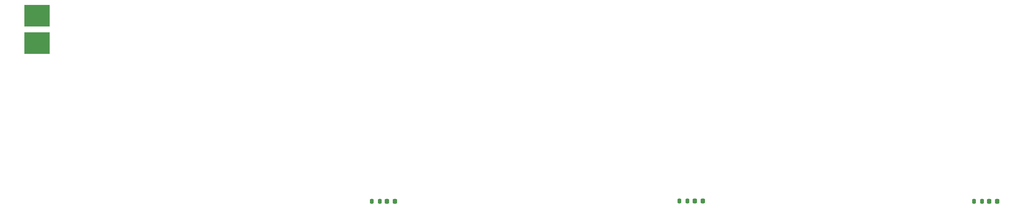
<source format=gtp>
G04*
G04 #@! TF.GenerationSoftware,Altium Limited,Altium Designer,21.6.4 (81)*
G04*
G04 Layer_Color=8421504*
%FSLAX43Y43*%
%MOMM*%
G71*
G04*
G04 #@! TF.SameCoordinates,3B1B0440-9CC4-4517-B04E-561091F89696*
G04*
G04*
G04 #@! TF.FilePolarity,Positive*
G04*
G01*
G75*
G04:AMPARAMS|DCode=17|XSize=1.3mm|YSize=1mm|CornerRadius=0.25mm|HoleSize=0mm|Usage=FLASHONLY|Rotation=90.000|XOffset=0mm|YOffset=0mm|HoleType=Round|Shape=RoundedRectangle|*
%AMROUNDEDRECTD17*
21,1,1.300,0.500,0,0,90.0*
21,1,0.800,1.000,0,0,90.0*
1,1,0.500,0.250,0.400*
1,1,0.500,0.250,-0.400*
1,1,0.500,-0.250,-0.400*
1,1,0.500,-0.250,0.400*
%
%ADD17ROUNDEDRECTD17*%
G04:AMPARAMS|DCode=18|XSize=1.2mm|YSize=1.3mm|CornerRadius=0.3mm|HoleSize=0mm|Usage=FLASHONLY|Rotation=0.000|XOffset=0mm|YOffset=0mm|HoleType=Round|Shape=RoundedRectangle|*
%AMROUNDEDRECTD18*
21,1,1.200,0.700,0,0,0.0*
21,1,0.600,1.300,0,0,0.0*
1,1,0.600,0.300,-0.350*
1,1,0.600,-0.300,-0.350*
1,1,0.600,-0.300,0.350*
1,1,0.600,0.300,0.350*
%
%ADD18ROUNDEDRECTD18*%
%ADD19R,7.000X6.000*%
D17*
X128659Y145313D02*
D03*
X126459D02*
D03*
X293878Y145339D02*
D03*
X291678D02*
D03*
X213088Y145390D02*
D03*
X210888D02*
D03*
D18*
X130624Y145339D02*
D03*
X132824D02*
D03*
X295851Y145313D02*
D03*
X298051D02*
D03*
X215097Y145390D02*
D03*
X217297D02*
D03*
D19*
X34616Y188884D02*
D03*
Y196384D02*
D03*
M02*

</source>
